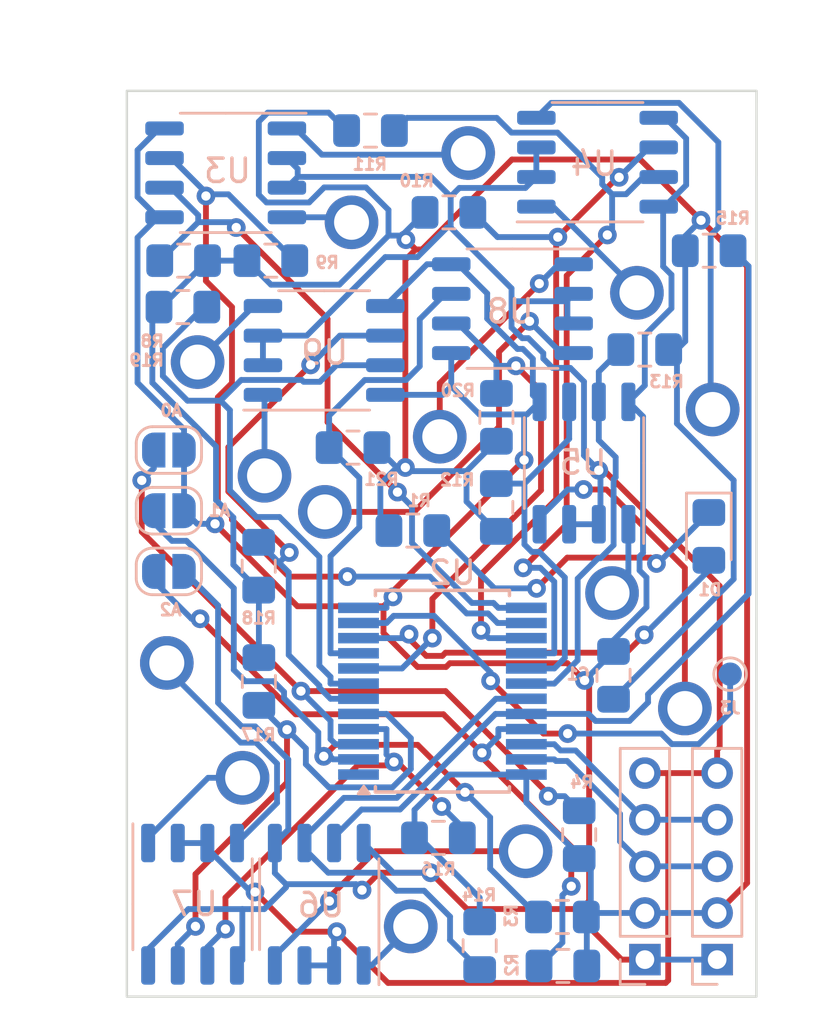
<source format=kicad_pcb>
(kicad_pcb (version 20240108) (generator "pcbnew") (generator_version "8.0")
  (layers (0 "F.Cu" signal) (31 "B.Cu" signal) (34 "B.Paste" user) (35 "F.Paste" user) (36 "B.SilkS" user "B.Silkscreen") (37 "F.SilkS" user "F.Silkscreen") (38 "B.Mask" user) (39 "F.Mask" user) (44 "Edge.Cuts" user))
  (net 0 "")
  (net 1 "IN_B2")
  (net 2 "GND")
  (net 3 "+12V")
  (net 4 "IN_A2")
  (net 5 "IN_B1")
  (net 6 "IN_A1")
  (net 7 "IN_D2")
  (net 8 "IN_C2")
  (net 9 "IN_D1")
  (net 10 "IN_C1")
  (net 11 "IN_F2")
  (net 12 "IN_E2")
  (net 13 "IN_F1")
  (net 14 "IN_E1")
  (net 15 "IN_G2")
  (net 16 "IN_G1")
  (net 17 "F1")
  (net 18 "F2")
  (net 19 "G1")
  (net 20 "G2")
  (net 21 "E1")
  (net 22 "E2")
  (net 23 "D2")
  (net 24 "D1")
  (net 25 "A1")
  (net 26 "A2")
  (net 27 "B2")
  (net 28 "B1")
  (net 29 "C2")
  (net 30 "C1")
  (net 31 "+5V")
  (net 32 "Net-(D1-K)")
  (net 33 "B6")
  (net 34 "Net-(J1-Pin_3)")
  (net 35 "Net-(J1-Pin_4)")
  (net 36 "Net-(J3-Pin_1)")
  (net 37 "Net-(JP1-A)")
  (net 38 "Net-(JP2-A)")
  (net 39 "Net-(JP3-A)")
  (footprint "additional:em7seg" (layer "F.Cu") (at 39.0017 45.974)
    (property "Reference" "U1" (hide yes))
    (property "Value" "EM7SEG" (hide yes))
  )
  (footprint "Capacitor_SMD:C_0805_2012Metric_Pad1.15x1.40mm_HandSolder" (layer "B.Cu") (at 46.4566 51.689 90)
    (property "Reference" "C1")
    (property "Value" "100n")
  )
  (footprint "Package_SO:SOP-8_3.9x4.9mm_P1.27mm" (layer "B.Cu") (at 33.8328 61.5061 90)
    (property "Reference" "U6")
    (property "Value" "L9110S")
  )
  (footprint "Resistor_SMD:R_0805_2012Metric_Pad1.15x1.40mm_HandSolder" (layer "B.Cu") (at 44.2632 62.0522 180)
    (property "Reference" "R3")
    (property "Value" "10k")
  )
  (footprint "Resistor_SMD:R_0805_2012Metric_Pad1.15x1.40mm_HandSolder" (layer "B.Cu") (at 44.9834 58.5216 90)
    (property "Reference" "R4")
    (property "Value" "10k")
  )
  (footprint "Jumper:SolderJumper-2_P1.3mm_Open_RoundedPad1.0x1.5mm" (layer "B.Cu") (at 27.3812 44.6278)
    (property "Reference" "JP2" (hide yes))
    (property "Value" "A1")
  )
  (footprint "Package_SO:SOP-8_3.9x4.9mm_P1.27mm" (layer "B.Cu") (at 29.8196 30.1371 180)
    (property "Reference" "U3")
    (property "Value" "L9110S")
  )
  (footprint "Package_SO:SOP-8_3.9x4.9mm_P1.27mm" (layer "B.Cu") (at 45.7708 29.6799)
    (property "Reference" "U4")
    (property "Value" "L9110S")
  )
  (footprint "Package_SO:SOP-8_3.9x4.9mm_P1.27mm" (layer "B.Cu") (at 34.0411 37.752)
    (property "Reference" "U9")
    (property "Value" "L9110S")
  )
  (footprint "Jumper:SolderJumper-2_P1.3mm_Open_RoundedPad1.0x1.5mm" (layer "B.Cu") (at 27.3812 47.2313)
    (property "Reference" "JP3" (hide yes))
    (property "Value" "A2")
  )
  (footprint "Connector_PinHeader_2.00mm:PinHeader_1x05_P2.00mm_Vertical" (layer "B.Cu") (at 50.9016 63.881)
    (property "Reference" "J2" (hide yes))
    (property "Value" "I2C_PWR_OUT")
  )
  (footprint "Package_SO:SOP-8_3.9x4.9mm_P1.27mm" (layer "B.Cu") (at 45.1891 42.5831 90)
    (property "Reference" "U5")
    (property "Value" "L9110S")
  )
  (footprint "Package_SO:SOP-8_3.9x4.9mm_P1.27mm" (layer "B.Cu") (at 42.1208 35.9613 180)
    (property "Reference" "U8")
    (property "Value" "L9110S")
  )
  (footprint "Package_SO:SOP-8_3.9x4.9mm_P1.27mm" (layer "B.Cu") (at 28.3972 61.5061 -90)
    (property "Reference" "U7")
    (property "Value" "L9110S")
  )
  (footprint "Connector_PinHeader_2.00mm:PinHeader_1x05_P2.00mm_Vertical" (layer "B.Cu") (at 47.8028 63.881)
    (property "Reference" "J1" (hide yes))
    (property "Value" "I2C_PWR_IN")
  )
  (footprint "Jumper:SolderJumper-2_P1.3mm_Open_RoundedPad1.0x1.5mm" (layer "B.Cu") (at 27.3812 42.0243)
    (property "Reference" "JP1" (hide yes))
    (property "Value" "A0")
  )
  (footprint "Resistor_SMD:R_0805_2012Metric_Pad1.15x1.40mm_HandSolder" (layer "B.Cu") (at 37.846 45.4787 180)
    (property "Reference" "R1")
    (property "Value" "330")
  )
  (footprint "LED_SMD:LED_0805_2012Metric_Pad1.15x1.40mm_HandSolder" (layer "B.Cu") (at 50.546 45.729 -90)
    (property "Reference" "D1")
    (property "Value" "LED")
  )
  (footprint "Resistor_SMD:R_0805_2012Metric_Pad1.15x1.40mm_HandSolder" (layer "B.Cu") (at 44.2849 64.1528 180)
    (property "Reference" "R2")
    (property "Value" "10k")
  )
  (footprint "Resistor_SMD:R_0805_2012Metric_Pad1.15x1.40mm_HandSolder" (layer "B.Cu") (at 28.0137 33.9014)
    (property "Reference" "R8")
    (property "Value" "10k")
  )
  (footprint "Resistor_SMD:R_0805_2012Metric_Pad1.15x1.40mm_HandSolder" (layer "B.Cu") (at 31.7551 33.9014 180)
    (property "Reference" "R9")
    (property "Value" "10k")
  )
  (footprint "Resistor_SMD:R_0805_2012Metric_Pad1.15x1.40mm_HandSolder" (layer "B.Cu") (at 39.3954 31.8313 180)
    (property "Reference" "R10")
    (property "Value" "10k")
  )
  (footprint "Resistor_SMD:R_0805_2012Metric_Pad1.15x1.40mm_HandSolder" (layer "B.Cu") (at 36.0299 28.3231 180)
    (property "Reference" "R11")
    (property "Value" "10k")
  )
  (footprint "Resistor_SMD:R_0805_2012Metric_Pad1.15x1.40mm_HandSolder" (layer "B.Cu") (at 41.4274 44.4881 -90)
    (property "Reference" "R12")
    (property "Value" "10k")
  )
  (footprint "Resistor_SMD:R_0805_2012Metric_Pad1.15x1.40mm_HandSolder" (layer "B.Cu") (at 47.7977 37.7165)
    (property "Reference" "R13")
    (property "Value" "10k")
  )
  (footprint "Resistor_SMD:R_0805_2012Metric_Pad1.15x1.40mm_HandSolder" (layer "B.Cu") (at 40.7137 63.2866 90)
    (property "Reference" "R14")
    (property "Value" "10k")
  )
  (footprint "Resistor_SMD:R_0805_2012Metric_Pad1.15x1.40mm_HandSolder" (layer "B.Cu") (at 50.5587 33.4747 180)
    (property "Reference" "R15")
    (property "Value" "10k")
  )
  (footprint "Resistor_SMD:R_0805_2012Metric_Pad1.15x1.40mm_HandSolder" (layer "B.Cu") (at 38.9433 58.6588 180)
    (property "Reference" "R16")
    (property "Value" "10k")
  )
  (footprint "Resistor_SMD:R_0805_2012Metric_Pad1.15x1.40mm_HandSolder" (layer "B.Cu") (at 31.242 51.952 90)
    (property "Reference" "R17")
    (property "Value" "10k")
  )
  (footprint "Resistor_SMD:R_0805_2012Metric_Pad1.15x1.40mm_HandSolder" (layer "B.Cu") (at 31.2344 47.0078 -90)
    (property "Reference" "R18")
    (property "Value" "10k")
  )
  (footprint "Resistor_SMD:R_0805_2012Metric_Pad1.15x1.40mm_HandSolder" (layer "B.Cu") (at 41.4325 40.6222 -90)
    (property "Reference" "R20")
    (property "Value" "10k")
  )
  (footprint "Resistor_SMD:R_0805_2012Metric_Pad1.15x1.40mm_HandSolder" (layer "B.Cu") (at 35.2806 41.9202)
    (property "Reference" "R21")
    (property "Value" "10k")
  )
  (footprint "Resistor_SMD:R_0805_2012Metric_Pad1.15x1.40mm_HandSolder" (layer "B.Cu") (at 27.9832 35.8927 180)
    (property "Reference" "R19")
    (property "Value" "10k")
  )
  (footprint "TestPoint:TestPoint_Pad_D1.0mm" (layer "B.Cu") (at 51.4604 51.6382)
    (property "Reference" "J3")
    (property "Value" "Pad_IO16" (hide yes))
  )
  (footprint "Package_SO:SSOP-24_5.3x8.2mm_P0.65mm" (layer "B.Cu") (at 39.116 52.368)
    (property "Reference" "U2")
    (property "Value" "PCF8575DBR")
  )
  (gr_poly (pts (xy 52.5907 26.6192) (xy 52.58562 65.4685) (xy 25.5778 65.4685) (xy 25.5778 26.619201)) (stroke (width 0.1)) (fill none) (layer "Edge.Cuts"))
  (segment (start 44.4461 34.546) (end 46.1917 32.8004) (width 0.25) (layer "F.Cu") (net 1))
  (segment (start 42.5811 47.0756) (end 44.4461 45.2106) (width 0.25) (layer "F.Cu") (net 1))
  (segment (start 44.4461 45.2106) (end 44.4461 34.546) (width 0.25) (layer "F.Cu") (net 1))
  (via (at 46.1917 32.8004) (size 0.8) (drill 0.4) (layers "F.Cu" "B.Cu") (net 1))
  (via (at 42.5811 47.0756) (size 0.8) (drill 0.4) (layers "F.Cu" "B.Cu") (net 1))
  (segment (start 46.3962 31.0528) (end 46.9968 31.0528) (width 0.25) (layer "B.Cu") (net 1))
  (segment (start 46.3962 31.0528) (end 46.3962 32.5959) (width 0.25) (layer "B.Cu") (net 1))
  (segment (start 41.4484 27.779) (end 42.0795 28.4101) (width 0.25) (layer "B.Cu") (net 1))
  (segment (start 43.9161 50.743) (end 43.9161 47.674) (width 0.25) (layer "B.Cu") (net 1))
  (segment (start 44.0539 28.4101) (end 45.9714 30.3276) (width 0.25) (layer "B.Cu") (net 1))
  (segment (start 37.599 27.779) (end 41.4484 27.779) (width 0.25) (layer "B.Cu") (net 1))
  (segment (start 46.3962 32.5959) (end 46.1917 32.8004) (width 0.25) (layer "B.Cu") (net 1))
  (segment (start 46.9968 31.0528) (end 47.7347 30.3149) (width 0.25) (layer "B.Cu") (net 1))
  (segment (start 42.716 50.743) (end 43.9161 50.743) (width 0.25) (layer "B.Cu") (net 1))
  (segment (start 43.9161 47.674) (end 43.3178 47.0757) (width 0.25) (layer "B.Cu") (net 1))
  (segment (start 45.9714 30.628) (end 46.3962 31.0528) (width 0.25) (layer "B.Cu") (net 1))
  (segment (start 42.0795 28.4101) (end 44.0539 28.4101) (width 0.25) (layer "B.Cu") (net 1))
  (segment (start 43.3178 47.0757) (end 42.5811 47.0757) (width 0.25) (layer "B.Cu") (net 1))
  (segment (start 42.5811 47.0757) (end 42.5811 47.0756) (width 0.25) (layer "B.Cu") (net 1))
  (segment (start 47.7347 30.3149) (end 48.3958 30.3149) (width 0.25) (layer "B.Cu") (net 1))
  (segment (start 37.0549 28.3231) (end 37.599 27.779) (width 0.25) (layer "B.Cu") (net 1))
  (segment (start 45.9714 30.3276) (end 45.9714 30.628) (width 0.25) (layer "B.Cu") (net 1))
  (segment (start 45.4104 52.1022) (end 45.2144 51.9062) (width 0.25) (layer "F.Cu") (net 2))
  (segment (start 45.2144 51.9062) (end 44.4761 51.1679) (width 0.25) (layer "F.Cu") (net 2))
  (segment (start 47.8028 63.881) (end 46.8027 63.881) (width 0.25) (layer "F.Cu") (net 2))
  (segment (start 45.4104 61.3619) (end 45.4104 52.1022) (width 0.25) (layer "F.Cu") (net 2))
  (segment (start 40.1697 61.7111) (end 45.0612 61.7111) (width 0.25) (layer "F.Cu") (net 2))
  (segment (start 36.4116 60.1542) (end 35.6664 60.8994) (width 0.25) (layer "F.Cu") (net 2))
  (segment (start 36.5882 48.7264) (end 36.9923 48.3223) (width 0.25) (layer "F.Cu") (net 2))
  (segment (start 45.0612 61.7111) (end 45.4104 61.3619) (width 0.25) (layer "F.Cu") (net 2))
  (segment (start 38.6128 60.1542) (end 40.1697 61.7111) (width 0.25) (layer "F.Cu") (net 2))
  (segment (start 45.0612 62.1395) (end 46.8027 63.881) (width 0.25) (layer "F.Cu") (net 2))
  (segment (start 45.0612 61.7111) (end 45.0612 62.1395) (width 0.25) (layer "F.Cu") (net 2))
  (segment (start 39.4345 51.1679) (end 39.2732 51.3292) (width 0.25) (layer "F.Cu") (net 2))
  (segment (start 38.6128 60.1542) (end 36.4116 60.1542) (width 0.25) (layer "F.Cu") (net 2))
  (segment (start 36.5882 49.8692) (end 36.5882 48.7264) (width 0.25) (layer "F.Cu") (net 2))
  (segment (start 38.0482 51.3292) (end 36.5882 49.8692) (width 0.25) (layer "F.Cu") (net 2))
  (segment (start 36.9923 48.0802) (end 42.6196 42.4529) (width 0.25) (layer "F.Cu") (net 2))
  (segment (start 44.4761 51.1679) (end 39.4345 51.1679) (width 0.25) (layer "F.Cu") (net 2))
  (segment (start 39.2732 51.3292) (end 38.0482 51.3292) (width 0.25) (layer "F.Cu") (net 2))
  (segment (start 36.5882 48.7264) (end 32.8967 48.7264) (width 0.25) (layer "F.Cu") (net 2))
  (segment (start 36.9923 48.3223) (end 36.9923 48.0802) (width 0.25) (layer "F.Cu") (net 2))
  (segment (start 32.8967 48.7264) (end 29.3608 45.1905) (width 0.25) (layer "F.Cu") (net 2))
  (via (at 45.2144 51.9062) (size 0.8) (drill 0.4) (layers "F.Cu" "B.Cu") (net 2))
  (via (at 42.6196 42.4529) (size 0.8) (drill 0.4) (layers "F.Cu" "B.Cu") (net 2))
  (via (at 38.6128 60.1542) (size 0.8) (drill 0.4) (layers "F.Cu" "B.Cu") (net 2))
  (via (at 36.9923 48.3223) (size 0.8) (drill 0.4) (layers "F.Cu" "B.Cu") (net 2))
  (via (at 35.6664 60.8994) (size 0.8) (drill 0.4) (layers "F.Cu" "B.Cu") (net 2))
  (via (at 29.3608 45.1905) (size 0.8) (drill 0.4) (layers "F.Cu" "B.Cu") (net 2))
  (segment (start 48.6487 31.5849) (end 49.573 30.6606) (width 0.25) (layer "B.Cu") (net 2))
  (segment (start 35.5943 48.793) (end 35.516 48.793) (width 0.25) (layer "B.Cu") (net 2))
  (segment (start 26.9667 28.2321) (end 26.0365 29.1623) (width 0.25) (layer "B.Cu") (net 2))
  (segment (start 42.3362 37.6886) (end 41.0364 36.3888) (width 0.25) (layer "B.Cu") (net 2))
  (segment (start 32.5036 55.2986) (end 32.5036 58.3053) (width 0.25) (layer "B.Cu") (net 2))
  (segment (start 26.9085 32.0421) (end 27.1946 32.0421) (width 0.25) (layer "B.Cu") (net 2))
  (segment (start 48.9432 35.9449) (end 47.7977 37.0904) (width 0.25) (layer "B.Cu") (net 2))
  (segment (start 36.7161 48.5985) (end 36.9923 48.3223) (width 0.25) (layer "B.Cu") (net 2))
  (segment (start 31.9278 60.1695) (end 31.9278 58.8811) (width 0.25) (layer "B.Cu") (net 2))
  (segment (start 45.2144 51.9062) (end 46.4566 50.664) (width 0.25) (layer "B.Cu") (net 2))
  (segment (start 48.5855 34.1513) (end 48.9432 34.509) (width 0.25) (layer "B.Cu") (net 2))
  (segment (start 49.573 30.6606) (end 49.573 28.6613) (width 0.25) (layer "B.Cu") (net 2))
  (segment (start 32.4039 60.6456) (end 31.9278 60.1695) (width 0.25) (layer "B.Cu") (net 2))
  (segment (start 41.0364 36.3888) (end 41.0364 35.3099) (width 0.25) (layer "B.Cu") (net 2))
  (segment (start 39.7828 34.0563) (end 39.4958 34.0563) (width 0.25) (layer "B.Cu") (net 2))
  (segment (start 35.4126 60.6456) (end 32.4039 60.6456) (width 0.25) (layer "B.Cu") (net 2))
  (segment (start 30.5331 63.9002) (end 30.5331 61.7133) (width 0.25) (layer "B.Cu") (net 2))
  (segment (start 35.6664 60.8994) (end 35.4126 60.6456) (width 0.25) (layer "B.Cu") (net 2))
  (segment (start 36.6661 39.657) (end 39.1284 39.657) (width 0.25) (layer "B.Cu") (net 2))
  (segment (start 35.5943 48.793) (end 36.7161 48.793) (width 0.25) (layer "B.Cu") (net 2))
  (segment (start 28.5939 45.1905) (end 28.0312 44.6278) (width 0.25) (layer "B.Cu") (net 2))
  (segment (start 39.4958 34.0563) (end 38.4568 34.0563) (width 0.25) (layer "B.Cu") (net 2))
  (segment (start 31.4743 61.7133) (end 30.5331 61.7133) (width 0.25) (layer "B.Cu") (net 2))
  (segment (start 26.4922 64.1311) (end 26.4922 63.4376) (width 0.25) (layer "B.Cu") (net 2))
  (segment (start 47.5738 47.1899) (end 47.8698 47.4859) (width 0.25) (layer "B.Cu") (net 2))
  (segment (start 29.4916 48.6917) (end 29.4916 52.8658) (width 0.25) (layer "B.Cu") (net 2))
  (segment (start 46.4566 50.1813) (end 46.4566 50.664) (width 0.25) (layer "B.Cu") (net 2))
  (segment (start 37.0109 60.1542) (end 35.7378 58.8811) (width 0.25) (layer "B.Cu") (net 2))
  (segment (start 47.7977 37.0904) (end 47.7977 39.2545) (width 0.25) (layer "B.Cu") (net 2))
  (segment (start 42.5695 37.6886) (end 42.3362 37.6886) (width 0.25) (layer "B.Cu") (net 2))
  (segment (start 26.0365 31.1701) (end 26.9085 32.0421) (width 0.25) (layer "B.Cu") (net 2))
  (segment (start 39.4958 39.2896) (end 39.4958 37.8663) (width 0.25) (layer "B.Cu") (net 2))
  (segment (start 49.573 28.6613) (end 48.6866 27.7749) (width 0.25) (layer "B.Cu") (net 2))
  (segment (start 48.6866 27.7749) (end 48.3958 27.7749) (width 0.25) (layer "B.Cu") (net 2))
  (segment (start 26.0365 29.1623) (end 26.0365 31.1701) (width 0.25) (layer "B.Cu") (net 2))
  (segment (start 28.0312 41.1347) (end 28.0312 42.0243) (width 0.25) (layer "B.Cu") (net 2))
  (segment (start 42.7438 40.4984) (end 42.6196 40.4984) (width 0.25) (layer "B.Cu") (net 2))
  (segment (start 28.2165 61.7133) (end 30.5331 61.7133) (width 0.25) (layer "B.Cu") (net 2))
  (segment (start 26.0361 32.9145) (end 26.0361 39.1396) (width 0.25) (layer "B.Cu") (net 2))
  (segment (start 47.7977 39.2545) (end 47.0941 39.9581) (width 0.25) (layer "B.Cu") (net 2))
  (segment (start 47.7218 46.4413) (end 47.5738 46.5893) (width 0.25) (layer "B.Cu") (net 2))
  (segment (start 47.7218 40.5858) (end 47.7218 46.4413) (width 0.25) (layer "B.Cu") (net 2))
  (segment (start 30.3022 64.1311) (end 30.5331 63.9002) (width 0.25) (layer "B.Cu") (net 2))
  (segment (start 30.504 53.8782) (end 31.0832 53.8782) (width 0.25) (layer "B.Cu") (net 2))
  (segment (start 26.4922 63.4376) (end 28.2165 61.7133) (width 0.25) (layer "B.Cu") (net 2))
  (segment (start 48.3958 31.5849) (end 48.5855 31.5849) (width 0.25) (layer "B.Cu") (net 2))
  (segment (start 41.0364 35.3099) (end 39.7828 34.0563) (width 0.25) (layer "B.Cu") (net 2))
  (segment (start 47.5738 46.5893) (end 47.5738 47.1899) (width 0.25) (layer "B.Cu") (net 2))
  (segment (start 38.6128 60.1542) (end 37.0109 60.1542) (width 0.25) (layer "B.Cu") (net 2))
  (segment (start 36.7161 48.793) (end 36.7161 48.5985) (width 0.25) (layer "B.Cu") (net 2))
  (segment (start 32.4039 60.6456) (end 32.4039 60.7837) (width 0.25) (layer "B.Cu") (net 2))
  (segment (start 42.9942 39.6682) (end 42.9942 38.1133) (width 0.25) (layer "B.Cu") (net 2))
  (segment (start 47.8698 47.4859) (end 47.8698 48.7681) (width 0.25) (layer "B.Cu") (net 2))
  (segment (start 48.9432 34.509) (end 48.9432 35.9449) (width 0.25) (layer "B.Cu") (net 2))
  (segment (start 28.0312 47.2313) (end 29.4916 48.6917) (width 0.25) (layer "B.Cu") (net 2))
  (segment (start 26.0361 39.1396) (end 28.0312 41.1347) (width 0.25) (layer "B.Cu") (net 2))
  (segment (start 43.2841 39.9581) (end 42.9942 39.6682) (width 0.25) (layer "B.Cu") (net 2))
  (segment (start 31.0832 53.8782) (end 32.5036 55.2986) (width 0.25) (layer "B.Cu") (net 2))
  (segment (start 43.2841 39.9581) (end 42.7438 40.4984) (width 0.25) (layer "B.Cu") (net 2))
  (segment (start 39.1284 39.657) (end 39.4958 39.2896) (width 0.25) (layer "B.Cu") (net 2))
  (segment (start 29.4916 52.8658) (end 30.504 53.8782) (width 0.25) (layer "B.Cu") (net 2))
  (segment (start 48.5855 31.5849) (end 48.6487 31.5849) (width 0.25) (layer "B.Cu") (net 2))
  (segment (start 28.0312 42.0243) (end 28.0312 44.6278) (width 0.25) (layer "B.Cu") (net 2))
  (segment (start 48.5855 31.5849) (end 48.5855 34.1513) (width 0.25) (layer "B.Cu") (net 2))
  (segment (start 32.5036 58.3053) (end 31.9278 58.8811) (width 0.25) (layer "B.Cu") (net 2))
  (segment (start 47.0941 39.9581) (end 47.7218 40.5858) (width 0.25) (layer "B.Cu") (net 2))
  (segment (start 38.4568 34.0563) (end 36.6661 35.847) (width 0.25) (layer "B.Cu") (net 2))
  (segment (start 27.1946 28.2321) (end 26.9667 28.2321) (width 0.25) (layer "B.Cu") (net 2))
  (segment (start 42.6196 42.4529) (end 42.6196 40.4984) (width 0.25) (layer "B.Cu") (net 2))
  (segment (start 29.3608 45.1905) (end 28.5939 45.1905) (width 0.25) (layer "B.Cu") (net 2))
  (segment (start 42.9942 38.1133) (end 42.5695 37.6886) (width 0.25) (layer "B.Cu") (net 2))
  (segment (start 32.4039 60.7837) (end 31.4743 61.7133) (width 0.25) (layer "B.Cu") (net 2))
  (segment (start 40.7046 40.4984) (end 39.4958 39.2896) (width 0.25) (layer "B.Cu") (net 2))
  (segment (start 42.6196 40.4984) (end 40.7046 40.4984) (width 0.25) (layer "B.Cu") (net 2))
  (segment (start 47.8698 48.7681) (end 46.4566 50.1813) (width 0.25) (layer "B.Cu") (net 2))
  (segment (start 26.9085 32.0421) (end 26.0361 32.9145) (width 0.25) (layer "B.Cu") (net 2))
  (segment (start 47.8028 63.881) (end 50.9016 63.881) (width 0.25) (layer "B.Cu") (net 2))
  (segment (start 48.8029 64.7703) (end 48.692 64.8812) (width 0.25) (layer "F.Cu") (net 3))
  (segment (start 51.0114 54.7711) (end 51.0114 47.8573) (width 0.25) (layer "F.Cu") (net 3))
  (segment (start 48.8029 55.881) (end 48.8029 64.7703) (width 0.25) (layer "F.Cu") (net 3))
  (segment (start 48.8029 55.881) (end 50.9016 55.881) (width 0.25) (layer "F.Cu") (net 3))
  (segment (start 48.6904 55.881) (end 48.8029 55.881) (width 0.25) (layer "F.Cu") (net 3))
  (segment (start 48.692 64.8812) (end 36.7826 64.8812) (width 0.25) (layer "F.Cu") (net 3))
  (segment (start 31.0756 60.9802) (end 32.7786 62.6832) (width 0.25) (layer "F.Cu") (net 3))
  (segment (start 51.0114 47.8573) (end 46.0477 42.8936) (width 0.25) (layer "F.Cu") (net 3))
  (segment (start 46.0477 42.8936) (end 45.8235 42.8936) (width 0.25) (layer "F.Cu") (net 3))
  (segment (start 32.7786 62.6832) (end 34.5846 62.6832) (width 0.25) (layer "F.Cu") (net 3))
  (segment (start 47.8028 55.881) (end 48.6904 55.881) (width 0.25) (layer "F.Cu") (net 3))
  (segment (start 36.7826 64.8812) (end 34.5846 62.6832) (width 0.25) (layer "F.Cu") (net 3))
  (segment (start 50.9016 54.8809) (end 51.0114 54.7711) (width 0.25) (layer "F.Cu") (net 3))
  (segment (start 50.9016 55.881) (end 50.9016 54.8809) (width 0.25) (layer "F.Cu") (net 3))
  (via (at 31.0756 60.9802) (size 0.8) (drill 0.4) (layers "F.Cu" "B.Cu") (net 3))
  (via (at 45.8235 42.8936) (size 0.8) (drill 0.4) (layers "F.Cu" "B.Cu") (net 3))
  (via (at 34.5846 62.6832) (size 0.8) (drill 0.4) (layers "F.Cu" "B.Cu") (net 3))
  (segment (start 31.4161 38.387) (end 31.4161 37.117) (width 0.25) (layer "B.Cu") (net 3))
  (segment (start 44.7458 36.5963) (end 44.4781 36.3286) (width 0.25) (layer "B.Cu") (net 3))
  (segment (start 32.4446 29.5021) (end 32.9065 29.964) (width 0.25) (layer "B.Cu") (net 3))
  (segment (start 38.0428 33.7486) (end 39.3121 32.4793) (width 0.25) (layer "B.Cu") (net 3))
  (segment (start 39.4701 31.1537) (end 38.6266 30.3102) (width 0.25) (layer "B.Cu") (net 3))
  (segment (start 39.3121 32.4793) (end 39.4701 32.4793) (width 0.25) (layer "B.Cu") (net 3))
  (segment (start 42.0809 35.6442) (end 42.0809 35.0901) (width 0.25) (layer "B.Cu") (net 3))
  (segment (start 34.5846 62.6832) (end 34.4678 62.8) (width 0.25) (layer "B.Cu") (net 3))
  (segment (start 45.8235 45.2075) (end 45.8964 45.1346) (width 0.25) (layer "B.Cu") (net 3))
  (segment (start 38.6266 30.3102) (end 32.9065 30.3102) (width 0.25) (layer "B.Cu") (net 3))
  (segment (start 44.4781 36.3286) (end 44.4781 35.6442) (width 0.25) (layer "B.Cu") (net 3))
  (segment (start 32.9065 30.3102) (end 32.4446 30.7721) (width 0.25) (layer "B.Cu") (net 3))
  (segment (start 29.0322 58.8811) (end 29.0322 59.1171) (width 0.25) (layer "B.Cu") (net 3))
  (segment (start 45.1891 39.0903) (end 45.1891 42.2592) (width 0.25) (layer "B.Cu") (net 3))
  (segment (start 45.8964 45.1346) (end 45.8964 42.9665) (width 0.25) (layer "B.Cu") (net 3))
  (segment (start 42.0809 35.0901) (end 39.4701 32.4793) (width 0.25) (layer "B.Cu") (net 3))
  (segment (start 44.5547 45.2075) (end 44.5541 45.2081) (width 0.25) (layer "B.Cu") (net 3))
  (segment (start 44.4781 35.6442) (end 42.0809 35.6442) (width 0.25) (layer "B.Cu") (net 3))
  (segment (start 42.5372 37.2268) (end 42.8016 37.2268) (width 0.25) (layer "B.Cu") (net 3))
  (segment (start 42.0809 36.7705) (end 42.5372 37.2268) (width 0.25) (layer "B.Cu") (net 3))
  (segment (start 44.4781 35.594) (end 44.7458 35.3263) (width 0.25) (layer "B.Cu") (net 3))
  (segment (start 33.2982 37.117) (end 36.6666 33.7486) (width 0.25) (layer "B.Cu") (net 3))
  (segment (start 43.4444 37.8696) (end 43.4444 38.103) (width 0.25) (layer "B.Cu") (net 3))
  (segment (start 36.6666 33.7486) (end 38.0428 33.7486) (width 0.25) (layer "B.Cu") (net 3))
  (segment (start 30.8953 60.9802) (end 31.0756 60.9802) (width 0.25) (layer "B.Cu") (net 3))
  (segment (start 39.4701 32.4793) (end 39.4701 31.1537) (width 0.25) (layer "B.Cu") (net 3))
  (segment (start 44.6001 38.5013) (end 45.1891 39.0903) (width 0.25) (layer "B.Cu") (net 3))
  (segment (start 29.0322 59.1171) (end 30.8953 60.9802) (width 0.25) (layer "B.Cu") (net 3))
  (segment (start 39.4701 31.1537) (end 39.8405 30.7833) (width 0.25) (layer "B.Cu") (net 3))
  (segment (start 31.4161 37.117) (end 33.2982 37.117) (width 0.25) (layer "B.Cu") (net 3))
  (segment (start 34.4678 64.1311) (end 33.1978 64.1311) (width 0.25) (layer "B.Cu") (net 3))
  (segment (start 45.1891 42.2592) (end 45.8235 42.8936) (width 0.25) (layer "B.Cu") (net 3))
  (segment (start 42.6774 30.7833) (end 43.1458 30.3149) (width 0.25) (layer "B.Cu") (net 3))
  (segment (start 45.8235 45.2075) (end 44.5547 45.2075) (width 0.25) (layer "B.Cu") (net 3))
  (segment (start 34.4678 62.8) (end 34.4678 64.1311) (width 0.25) (layer "B.Cu") (net 3))
  (segment (start 29.0322 58.8811) (end 27.7622 58.8811) (width 0.25) (layer "B.Cu") (net 3))
  (segment (start 45.8964 42.9665) (end 45.8235 42.8936) (width 0.25) (layer "B.Cu") (net 3))
  (segment (start 39.8405 30.7833) (end 42.6774 30.7833) (width 0.25) (layer "B.Cu") (net 3))
  (segment (start 42.0809 35.6442) (end 42.0809 36.7705) (width 0.25) (layer "B.Cu") (net 3))
  (segment (start 44.4781 35.6442) (end 44.4781 35.594) (width 0.25) (layer "B.Cu") (net 3))
  (segment (start 43.8427 38.5013) (end 44.6001 38.5013) (width 0.25) (layer "B.Cu") (net 3))
  (segment (start 45.8235 45.2075) (end 45.8241 45.2081) (width 0.25) (layer "B.Cu") (net 3))
  (segment (start 42.8016 37.2268) (end 43.4444 37.8696) (width 0.25) (layer "B.Cu") (net 3))
  (segment (start 32.9065 29.964) (end 32.9065 30.3102) (width 0.25) (layer "B.Cu") (net 3))
  (segment (start 43.4444 38.103) (end 43.8427 38.5013) (width 0.25) (layer "B.Cu") (net 3))
  (segment (start 43.1458 30.3149) (end 43.1458 29.0449) (width 0.25) (layer "B.Cu") (net 3))
  (segment (start 32.5277 47.4545) (end 35.041 47.4545) (width 0.25) (layer "F.Cu") (net 4))
  (segment (start 30.0883 39.1525) (end 29.483 39.7578) (width 0.25) (layer "F.Cu") (net 4))
  (segment (start 30.0859 44.8902) (end 30.0859 45.0127) (width 0.25) (layer "F.Cu") (net 4))
  (segment (start 28.9711 34.7731) (end 30.0883 35.8903) (width 0.25) (layer "F.Cu") (net 4))
  (segment (start 30.0859 45.0127) (end 32.5277 47.4545) (width 0.25) (layer "F.Cu") (net 4))
  (segment (start 29.483 44.2873) (end 30.0859 44.8902) (width 0.25) (layer "F.Cu") (net 4))
  (segment (start 29.483 39.7578) (end 29.483 44.2873) (width 0.25) (layer "F.Cu") (net 4))
  (segment (start 30.0883 35.8903) (end 30.0883 39.1525) (width 0.25) (layer "F.Cu") (net 4))
  (segment (start 28.9711 31.1291) (end 28.9711 34.7731) (width 0.25) (layer "F.Cu") (net 4))
  (via (at 28.9711 31.1291) (size 0.8) (drill 0.4) (layers "F.Cu" "B.Cu") (net 4))
  (via (at 35.041 47.4545) (size 0.8) (drill 0.4) (layers "F.Cu" "B.Cu") (net 4))
  (segment (start 41.4817 49.443) (end 41.0718 49.0331) (width 0.25) (layer "B.Cu") (net 4))
  (segment (start 40.1564 49.0331) (end 38.5778 47.4545) (width 0.25) (layer "B.Cu") (net 4))
  (segment (start 42.716 49.443) (end 41.4817 49.443) (width 0.25) (layer "B.Cu") (net 4))
  (segment (start 41.0718 49.0331) (end 40.1564 49.0331) (width 0.25) (layer "B.Cu") (net 4))
  (segment (start 29.0438 31.0564) (end 27.4895 29.5021) (width 0.25) (layer "B.Cu") (net 4))
  (segment (start 27.4895 29.5021) (end 27.1946 29.5021) (width 0.25) (layer "B.Cu") (net 4))
  (segment (start 29.0438 31.0564) (end 28.9711 31.1291) (width 0.25) (layer "B.Cu") (net 4))
  (segment (start 29.9351 31.0564) (end 29.0438 31.0564) (width 0.25) (layer "B.Cu") (net 4))
  (segment (start 32.7801 33.9014) (end 29.9351 31.0564) (width 0.25) (layer "B.Cu") (net 4))
  (segment (start 38.5778 47.4545) (end 35.041 47.4545) (width 0.25) (layer "B.Cu") (net 4))
  (segment (start 40.7714 49.7582) (end 40.7714 47.3574) (width 0.25) (layer "F.Cu") (net 5))
  (segment (start 43.996 44.1328) (end 43.996 32.9631) (width 0.25) (layer "F.Cu") (net 5))
  (segment (start 40.7714 47.3574) (end 43.996 44.1328) (width 0.25) (layer "F.Cu") (net 5))
  (segment (start 43.996 32.9631) (end 44.0677 32.8914) (width 0.25) (layer "F.Cu") (net 5))
  (segment (start 46.6965 30.3277) (end 46.6314 30.3277) (width 0.25) (layer "F.Cu") (net 5))
  (segment (start 46.6314 30.3277) (end 44.0677 32.8914) (width 0.25) (layer "F.Cu") (net 5))
  (via (at 40.7714 49.7582) (size 0.8) (drill 0.4) (layers "F.Cu" "B.Cu") (net 5))
  (via (at 44.0677 32.8914) (size 0.8) (drill 0.4) (layers "F.Cu" "B.Cu") (net 5))
  (via (at 46.6965 30.3277) (size 0.8) (drill 0.4) (layers "F.Cu" "B.Cu") (net 5))
  (segment (start 41.4805 32.8914) (end 44.0677 32.8914) (width 0.25) (layer "B.Cu") (net 5))
  (segment (start 42.716 50.093) (end 41.1062 50.093) (width 0.25) (layer "B.Cu") (net 5))
  (segment (start 40.4204 31.8313) (end 41.4805 32.8914) (width 0.25) (layer "B.Cu") (net 5))
  (segment (start 47.9793 29.0449) (end 46.6965 30.3277) (width 0.25) (layer "B.Cu") (net 5))
  (segment (start 48.3958 29.0449) (end 47.9793 29.0449) (width 0.25) (layer "B.Cu") (net 5))
  (segment (start 41.1062 50.093) (end 40.7714 49.7582) (width 0.25) (layer "B.Cu") (net 5))
  (segment (start 37.1885 43.829) (end 34.1876 40.8281) (width 0.25) (layer "F.Cu") (net 6))
  (segment (start 34.1876 40.8281) (end 34.1876 36.3983) (width 0.25) (layer "F.Cu") (net 6))
  (segment (start 34.1876 36.3983) (end 30.2712 32.4819) (width 0.25) (layer "F.Cu") (net 6))
  (via (at 37.1885 43.829) (size 0.8) (drill 0.4) (layers "F.Cu" "B.Cu") (net 6))
  (via (at 30.2712 32.4819) (size 0.8) (drill 0.4) (layers "F.Cu" "B.Cu") (net 6))
  (segment (start 27.4622 30.7721) (end 28.6392 31.9491) (width 0.25) (layer "B.Cu") (net 6))
  (segment (start 41.3059 48.583) (end 40.3827 48.583) (width 0.25) (layer "B.Cu") (net 6))
  (segment (start 37.8125 44.453) (end 37.1885 43.829) (width 0.25) (layer "B.Cu") (net 6))
  (segment (start 41.5159 48.793) (end 41.3059 48.583) (width 0.25) (layer "B.Cu") (net 6))
  (segment (start 37.8125 46.0128) (end 37.8125 44.453) (width 0.25) (layer "B.Cu") (net 6))
  (segment (start 30.0402 32.2509) (end 28.6392 32.2509) (width 0.25) (layer "B.Cu") (net 6))
  (segment (start 42.716 48.793) (end 41.5159 48.793) (width 0.25) (layer "B.Cu") (net 6))
  (segment (start 27.1946 30.7721) (end 27.4622 30.7721) (width 0.25) (layer "B.Cu") (net 6))
  (segment (start 28.6392 31.9491) (end 28.6392 32.2509) (width 0.25) (layer "B.Cu") (net 6))
  (segment (start 30.2712 32.4819) (end 30.0402 32.2509) (width 0.25) (layer "B.Cu") (net 6))
  (segment (start 40.3827 48.583) (end 37.8125 46.0128) (width 0.25) (layer "B.Cu") (net 6))
  (segment (start 28.6392 32.2509) (end 26.9887 33.9014) (width 0.25) (layer "B.Cu") (net 6))
  (segment (start 34.4678 58.6212) (end 34.4678 58.8811) (width 0.25) (layer "B.Cu") (net 7))
  (segment (start 42.716 53.343) (end 41.3955 53.343) (width 0.25) (layer "B.Cu") (net 7))
  (segment (start 52.2504 34.1414) (end 52.2504 48.1877) (width 0.25) (layer "B.Cu") (net 7))
  (segment (start 51.5837 33.4747) (end 52.2504 34.1414) (width 0.25) (layer "B.Cu") (net 7))
  (segment (start 45.6859 53.6455) (end 45.3834 53.343) (width 0.25) (layer "B.Cu") (net 7))
  (segment (start 47.9374 52.849) (end 47.1409 53.6455) (width 0.25) (layer "B.Cu") (net 7))
  (segment (start 52.2504 48.1877) (end 47.9374 52.5007) (width 0.25) (layer "B.Cu") (net 7))
  (segment (start 47.1409 53.6455) (end 45.6859 53.6455) (width 0.25) (layer "B.Cu") (net 7))
  (segment (start 35.647 57.442) (end 34.4678 58.6212) (width 0.25) (layer "B.Cu") (net 7))
  (segment (start 45.3834 53.343) (end 42.716 53.343) (width 0.25) (layer "B.Cu") (net 7))
  (segment (start 37.2965 57.442) (end 35.647 57.442) (width 0.25) (layer "B.Cu") (net 7))
  (segment (start 41.3955 53.343) (end 37.2965 57.442) (width 0.25) (layer "B.Cu") (net 7))
  (segment (start 47.9374 52.5007) (end 47.9374 52.849) (width 0.25) (layer "B.Cu") (net 7))
  (segment (start 46.4591 46.1012) (end 46.4591 43.2835) (width 0.25) (layer "B.Cu") (net 8))
  (segment (start 45.7962 46.6644) (end 45.8959 46.6644) (width 0.25) (layer "B.Cu") (net 8))
  (segment (start 46.5486 42.3321) (end 45.8241 41.6076) (width 0.25) (layer "B.Cu") (net 8))
  (segment (start 45.8241 38.6651) (end 46.7727 37.7165) (width 0.25) (layer "B.Cu") (net 8))
  (segment (start 45.8959 46.6644) (end 46.4591 46.1012) (width 0.25) (layer "B.Cu") (net 8))
  (segment (start 45.8241 39.9581) (end 45.8241 38.6651) (width 0.25) (layer "B.Cu") (net 8))
  (segment (start 45.8241 41.6076) (end 45.8241 39.9581) (width 0.25) (layer "B.Cu") (net 8))
  (segment (start 46.4591 43.2835) (end 46.5486 43.194) (width 0.25) (layer "B.Cu") (net 8))
  (segment (start 44.9179 47.5427) (end 45.7962 46.6644) (width 0.25) (layer "B.Cu") (net 8))
  (segment (start 44.9179 51.0412) (end 44.9179 47.5427) (width 0.25) (layer "B.Cu") (net 8))
  (segment (start 42.716 52.043) (end 43.9161 52.043) (width 0.25) (layer "B.Cu") (net 8))
  (segment (start 43.9161 52.043) (end 44.9179 51.0412) (width 0.25) (layer "B.Cu") (net 8))
  (segment (start 46.5486 43.194) (end 46.5486 42.3321) (width 0.25) (layer "B.Cu") (net 8))
  (segment (start 34.216 60.1541) (end 36.3699 60.1541) (width 0.25) (layer "B.Cu") (net 9))
  (segment (start 36.3699 60.1541) (end 37.143 60.9272) (width 0.25) (layer "B.Cu") (net 9))
  (segment (start 33.1978 58.8811) (end 33.1978 59.1359) (width 0.25) (layer "B.Cu") (net 9))
  (segment (start 42.716 52.693) (end 41.4088 52.693) (width 0.25) (layer "B.Cu") (net 9))
  (segment (start 38.3333 60.9272) (end 39.4424 62.0363) (width 0.25) (layer "B.Cu") (net 9))
  (segment (start 37.1585 56.9433) (end 34.8909 56.9433) (width 0.25) (layer "B.Cu") (net 9))
  (segment (start 34.8909 56.9433) (end 33.1978 58.6364) (width 0.25) (layer "B.Cu") (net 9))
  (segment (start 33.1978 58.6364) (end 33.1978 58.8811) (width 0.25) (layer "B.Cu") (net 9))
  (segment (start 41.4088 52.693) (end 37.1585 56.9433) (width 0.25) (layer "B.Cu") (net 9))
  (segment (start 33.1978 59.1359) (end 34.216 60.1541) (width 0.25) (layer "B.Cu") (net 9))
  (segment (start 39.4424 63.0403) (end 40.7137 64.3116) (width 0.25) (layer "B.Cu") (net 9))
  (segment (start 39.4424 62.0363) (end 39.4424 63.0403) (width 0.25) (layer "B.Cu") (net 9))
  (segment (start 37.143 60.9272) (end 38.3333 60.9272) (width 0.25) (layer "B.Cu") (net 9))
  (segment (start 42.9531 46.3928) (end 42.6349 46.0746) (width 0.25) (layer "B.Cu") (net 10))
  (segment (start 42.6349 43.4631) (end 41.4274 43.4631) (width 0.25) (layer "B.Cu") (net 10))
  (segment (start 44.5541 39.9581) (end 44.5541 41.5439) (width 0.25) (layer "B.Cu") (net 10))
  (segment (start 43.9161 51.393) (end 44.3662 50.9429) (width 0.25) (layer "B.Cu") (net 10))
  (segment (start 42.716 51.393) (end 43.9161 51.393) (width 0.25) (layer "B.Cu") (net 10))
  (segment (start 44.3662 50.9429) (end 44.3662 47.4875) (width 0.25) (layer "B.Cu") (net 10))
  (segment (start 44.5541 41.5439) (end 42.6349 43.4631) (width 0.25) (layer "B.Cu") (net 10))
  (segment (start 43.2715 46.3928) (end 42.9531 46.3928) (width 0.25) (layer "B.Cu") (net 10))
  (segment (start 44.3662 47.4875) (end 43.2715 46.3928) (width 0.25) (layer "B.Cu") (net 10))
  (segment (start 42.6349 46.0746) (end 42.6349 43.4631) (width 0.25) (layer "B.Cu") (net 10))
  (segment (start 27.1226 38.8506) (end 27.1226 37.6461) (width 0.25) (layer "B.Cu") (net 11))
  (segment (start 28.876 35.8927) (end 29.0082 35.8927) (width 0.25) (layer "B.Cu") (net 11))
  (segment (start 27.1226 37.6461) (end 28.876 35.8927) (width 0.25) (layer "B.Cu") (net 11))
  (segment (start 33.8566 39.0978) (end 34.5674 38.387) (width 0.25) (layer "B.Cu") (net 11))
  (segment (start 34.5674 38.387) (end 36.6661 38.387) (width 0.25) (layer "B.Cu") (net 11))
  (segment (start 33.8369 46.6074) (end 32.1264 44.8969) (width 0.25) (layer "B.Cu") (net 11))
  (segment (start 29.5947 39.9083) (end 30.4839 39.0191) (width 0.25) (layer "B.Cu") (net 11))
  (segment (start 32.1264 44.8969) (end 31.1381 44.8969) (width 0.25) (layer "B.Cu") (net 11))
  (segment (start 30.4839 39.0191) (end 33.0835 39.0191) (width 0.25) (layer "B.Cu") (net 11))
  (segment (start 30.0001 43.7589) (end 30.0001 40.3137) (width 0.25) (layer "B.Cu") (net 11))
  (segment (start 31.1381 44.8969) (end 30.0001 43.7589) (width 0.25) (layer "B.Cu") (net 11))
  (segment (start 33.0835 39.0191) (end 33.1622 39.0978) (width 0.25) (layer "B.Cu") (net 11))
  (segment (start 28.1803 39.9083) (end 27.1226 38.8506) (width 0.25) (layer "B.Cu") (net 11))
  (segment (start 33.1622 39.0978) (end 33.8566 39.0978) (width 0.25) (layer "B.Cu") (net 11))
  (segment (start 35.516 52.043) (end 34.3159 52.043) (width 0.25) (layer "B.Cu") (net 11))
  (segment (start 34.3159 51.7526) (end 33.8369 51.2736) (width 0.25) (layer "B.Cu") (net 11))
  (segment (start 34.3159 52.043) (end 34.3159 51.7526) (width 0.25) (layer "B.Cu") (net 11))
  (segment (start 29.5947 39.9083) (end 28.1803 39.9083) (width 0.25) (layer "B.Cu") (net 11))
  (segment (start 30.0001 40.3137) (end 29.5947 39.9083) (width 0.25) (layer "B.Cu") (net 11))
  (segment (start 33.8369 51.2736) (end 33.8369 46.6074) (width 0.25) (layer "B.Cu") (net 11))
  (segment (start 28.5223 60.2134) (end 28.5223 62.4562) (width 0.25) (layer "F.Cu") (net 12))
  (segment (start 32.4488 54.0158) (end 32.4488 56.2869) (width 0.25) (layer "F.Cu") (net 12))
  (segment (start 32.4488 56.2869) (end 28.5223 60.2134) (width 0.25) (layer "F.Cu") (net 12))
  (via (at 28.5223 62.4562) (size 0.8) (drill 0.4) (layers "F.Cu" "B.Cu") (net 12))
  (via (at 32.4488 54.0158) (size 0.8) (drill 0.4) (layers "F.Cu" "B.Cu") (net 12))
  (segment (start 32.4488 54.0158) (end 33.2574 54.8244) (width 0.25) (layer "B.Cu") (net 12))
  (segment (start 37.7602 54.3828) (end 36.7204 53.343) (width 0.25) (layer "B.Cu") (net 12))
  (segment (start 33.2574 55.5036) (end 34.2469 56.4931) (width 0.25) (layer "B.Cu") (net 12))
  (segment (start 28.5223 62.4562) (end 27.7622 63.2163) (width 0.25) (layer "B.Cu") (net 12))
  (segment (start 31.242 52.977) (end 32.2808 54.0158) (width 0.25) (layer "B.Cu") (net 12))
  (segment (start 34.2469 56.4931) (end 36.9722 56.4931) (width 0.25) (layer "B.Cu") (net 12))
  (segment (start 37.7602 55.7051) (end 37.7602 54.3828) (width 0.25) (layer "B.Cu") (net 12))
  (segment (start 36.7204 53.343) (end 35.516 53.343) (width 0.25) (layer "B.Cu") (net 12))
  (segment (start 32.2808 54.0158) (end 32.4488 54.0158) (width 0.25) (layer "B.Cu") (net 12))
  (segment (start 27.7622 63.2163) (end 27.7622 64.1311) (width 0.25) (layer "B.Cu") (net 12))
  (segment (start 36.9722 56.4931) (end 37.7602 55.7051) (width 0.25) (layer "B.Cu") (net 12))
  (segment (start 33.2574 54.8244) (end 33.2574 55.5036) (width 0.25) (layer "B.Cu") (net 12))
  (segment (start 29.9332 41.902) (end 29.9332 43.8052) (width 0.25) (layer "F.Cu") (net 13))
  (segment (start 33.4625 38.3727) (end 29.9332 41.902) (width 0.25) (layer "F.Cu") (net 13))
  (segment (start 29.9332 43.8052) (end 32.5468 46.4188) (width 0.25) (layer "F.Cu") (net 13))
  (via (at 32.5468 46.4188) (size 0.8) (drill 0.4) (layers "F.Cu" "B.Cu") (net 13))
  (via (at 33.4625 38.3727) (size 0.8) (drill 0.4) (layers "F.Cu" "B.Cu") (net 13))
  (segment (start 34.7182 37.117) (end 36.6661 37.117) (width 0.25) (layer "B.Cu") (net 13))
  (segment (start 35.516 52.693) (end 34.3159 52.693) (width 0.25) (layer "B.Cu") (net 13))
  (segment (start 33.4625 38.3727) (end 34.7182 37.117) (width 0.25) (layer "B.Cu") (net 13))
  (segment (start 32.5217 47.2701) (end 32.5217 50.8143) (width 0.25) (layer "B.Cu") (net 13))
  (segment (start 31.2344 45.9828) (end 32.1086 46.857) (width 0.25) (layer "B.Cu") (net 13))
  (segment (start 33.8369 52.1295) (end 33.8369 52.214) (width 0.25) (layer "B.Cu") (net 13))
  (segment (start 32.5217 50.8143) (end 33.8369 52.1295) (width 0.25) (layer "B.Cu") (net 13))
  (segment (start 32.1086 46.857) (end 32.5468 46.4188) (width 0.25) (layer "B.Cu") (net 13))
  (segment (start 33.8369 52.214) (end 34.3159 52.693) (width 0.25) (layer "B.Cu") (net 13))
  (segment (start 32.1086 46.857) (end 32.5217 47.2701) (width 0.25) (layer "B.Cu") (net 13))
  (segment (start 29.808 61.2215) (end 29.808 62.5719) (width 0.25) (layer "F.Cu") (net 14))
  (segment (start 37.0351 55.5514) (end 37.0351 55.4047) (width 0.25) (layer "F.Cu") (net 14))
  (segment (start 37.3214 55.5514) (end 37.0351 55.5514) (width 0.25) (layer "F.Cu") (net 14))
  (segment (start 35.4781 55.5514) (end 29.808 61.2215) (width 0.25) (layer "F.Cu") (net 14))
  (segment (start 39.0854 57.3154) (end 37.3214 55.5514) (width 0.25) (layer "F.Cu") (net 14))
  (segment (start 37.0351 55.5514) (end 35.4781 55.5514) (width 0.25) (layer "F.Cu") (net 14))
  (via (at 37.0351 55.4047) (size 0.8) (drill 0.4) (layers "F.Cu" "B.Cu") (net 14))
  (via (at 29.808 62.5719) (size 0.8) (drill 0.4) (layers "F.Cu" "B.Cu") (net 14))
  (via (at 39.0854 57.3154) (size 0.8) (drill 0.4) (layers "F.Cu" "B.Cu") (net 14))
  (segment (start 36.7161 53.993) (end 36.7161 55.0857) (width 0.25) (layer "B.Cu") (net 14))
  (segment (start 39.9683 58.1983) (end 39.0854 57.3154) (width 0.25) (layer "B.Cu") (net 14))
  (segment (start 39.9683 58.6588) (end 39.9683 58.1983) (width 0.25) (layer "B.Cu") (net 14))
  (segment (start 36.7161 55.0857) (end 37.0351 55.4047) (width 0.25) (layer "B.Cu") (net 14))
  (segment (start 29.808 62.5719) (end 29.0322 63.3477) (width 0.25) (layer "B.Cu") (net 14))
  (segment (start 29.0322 63.3477) (end 29.0322 64.1311) (width 0.25) (layer "B.Cu") (net 14))
  (segment (start 35.516 53.993) (end 36.7161 53.993) (width 0.25) (layer "B.Cu") (net 14))
  (segment (start 38.1424 36.4137) (end 39.2298 35.3263) (width 0.25) (layer "B.Cu") (net 15))
  (segment (start 35.516 50.743) (end 34.3159 50.743) (width 0.25) (layer "B.Cu") (net 15))
  (segment (start 34.2556 40.5497) (end 35.7833 39.022) (width 0.25) (layer "B.Cu") (net 15))
  (segment (start 37.5534 39.022) (end 38.1424 38.433) (width 0.25) (layer "B.Cu") (net 15))
  (segment (start 39.2298 35.3263) (end 39.4958 35.3263) (width 0.25) (layer "B.Cu") (net 15))
  (segment (start 34.2556 41.9202) (end 34.2556 40.5497) (width 0.25) (layer "B.Cu") (net 15))
  (segment (start 35.5506 45.3379) (end 35.5506 43.2152) (width 0.25) (layer "B.Cu") (net 15))
  (segment (start 35.5506 43.2152) (end 34.2556 41.9202) (width 0.25) (layer "B.Cu") (net 15))
  (segment (start 34.3159 50.743) (end 34.3159 46.5726) (width 0.25) (layer "B.Cu") (net 15))
  (segment (start 35.7833 39.022) (end 37.5534 39.022) (width 0.25) (layer "B.Cu") (net 15))
  (segment (start 34.3159 46.5726) (end 35.5506 45.3379) (width 0.25) (layer "B.Cu") (net 15))
  (segment (start 38.1424 38.433) (end 38.1424 36.4137) (width 0.25) (layer "B.Cu") (net 15))
  (segment (start 43.3447 39.4893) (end 43.3447 43.7489) (width 0.25) (layer "F.Cu") (net 16))
  (segment (start 38.6859 48.4077) (end 38.6859 50.0902) (width 0.25) (layer "F.Cu") (net 16))
  (segment (start 42.2691 38.4137) (end 43.3447 39.4893) (width 0.25) (layer "F.Cu") (net 16))
  (segment (start 43.3447 43.7489) (end 38.6859 48.4077) (width 0.25) (layer "F.Cu") (net 16))
  (via (at 38.6859 50.0902) (size 0.8) (drill 0.4) (layers "F.Cu" "B.Cu") (net 16))
  (via (at 42.2691 38.4137) (size 0.8) (drill 0.4) (layers "F.Cu" "B.Cu") (net 16))
  (segment (start 35.516 51.393) (end 37.3831 51.393) (width 0.25) (layer "B.Cu") (net 16))
  (segment (start 41.4325 38.2431) (end 41.4325 38.4137) (width 0.25) (layer "B.Cu") (net 16))
  (segment (start 41.4325 38.4137) (end 42.2691 38.4137) (width 0.25) (layer "B.Cu") (net 16))
  (segment (start 37.3831 51.393) (end 38.6859 50.0902) (width 0.25) (layer "B.Cu") (net 16))
  (segment (start 41.4325 38.4137) (end 41.4325 39.5972) (width 0.25) (layer "B.Cu") (net 16))
  (segment (start 39.4958 36.5963) (end 39.7857 36.5963) (width 0.25) (layer "B.Cu") (net 16))
  (segment (start 39.7857 36.5963) (end 41.4325 38.2431) (width 0.25) (layer "B.Cu") (net 16))
  (segment (start 31.4833 39.7242) (end 31.4833 43.1292) (width 0.25) (layer "B.Cu") (net 17))
  (segment (start 31.4161 39.657) (end 31.4833 39.7242) (width 0.25) (layer "B.Cu") (net 17))
  (segment (start 31.0185 35.847) (end 28.6131 38.2524) (width 0.25) (layer "B.Cu") (net 18))
  (segment (start 31.4161 35.847) (end 31.0185 35.847) (width 0.25) (layer "B.Cu") (net 18))
  (segment (start 39.0017 39.1567) (end 39.0017 41.4528) (width 0.25) (layer "F.Cu") (net 19))
  (segment (start 43.2708 34.8876) (end 39.0017 39.1567) (width 0.25) (layer "F.Cu") (net 19))
  (via (at 43.2708 34.8876) (size 0.8) (drill 0.4) (layers "F.Cu" "B.Cu") (net 19))
  (segment (start 44.1021 34.0563) (end 43.2708 34.8876) (width 0.25) (layer "B.Cu") (net 19))
  (segment (start 44.7458 34.0563) (end 44.1021 34.0563) (width 0.25) (layer "B.Cu") (net 19))
  (segment (start 34.0741 44.6786) (end 37.8973 44.6786) (width 0.25) (layer "F.Cu") (net 20))
  (segment (start 37.8973 44.6786) (end 41.5439 41.032) (width 0.25) (layer "F.Cu") (net 20))
  (segment (start 41.5439 37.8106) (end 42.8529 36.5016) (width 0.25) (layer "F.Cu") (net 20))
  (segment (start 41.5439 41.032) (end 41.5439 37.8106) (width 0.25) (layer "F.Cu") (net 20))
  (via (at 42.8529 36.5016) (size 0.8) (drill 0.4) (layers "F.Cu" "B.Cu") (net 20))
  (segment (start 44.7458 37.8663) (end 44.2176 37.8663) (width 0.25) (layer "B.Cu") (net 20))
  (segment (start 44.2176 37.8663) (end 42.8529 36.5016) (width 0.25) (layer "B.Cu") (net 20))
  (segment (start 26.4922 58.8811) (end 26.4922 58.6532) (width 0.25) (layer "B.Cu") (net 21))
  (segment (start 26.4922 58.6532) (end 29.0622 56.0832) (width 0.25) (layer "B.Cu") (net 21))
  (segment (start 29.0622 56.0832) (end 30.5435 56.0832) (width 0.25) (layer "B.Cu") (net 21))
  (segment (start 30.4623 54.5743) (end 27.2923 51.4043) (width 0.25) (layer "B.Cu") (net 22))
  (segment (start 32.0204 55.474) (end 31.1207 54.5743) (width 0.25) (layer "B.Cu") (net 22))
  (segment (start 32.0204 57.1629) (end 32.0204 55.474) (width 0.25) (layer "B.Cu") (net 22))
  (segment (start 27.2923 51.4043) (end 27.2923 51.1556) (width 0.25) (layer "B.Cu") (net 22))
  (segment (start 30.3022 58.8811) (end 32.0204 57.1629) (width 0.25) (layer "B.Cu") (net 22))
  (segment (start 31.1207 54.5743) (end 30.4623 54.5743) (width 0.25) (layer "B.Cu") (net 22))
  (segment (start 34.2662 61.2053) (end 36.2387 59.2328) (width 0.25) (layer "F.Cu") (net 23))
  (segment (start 34.2662 61.3707) (end 34.2662 61.2053) (width 0.25) (layer "F.Cu") (net 23))
  (segment (start 36.2387 59.2328) (end 42.6847 59.2328) (width 0.25) (layer "F.Cu") (net 23))
  (via (at 34.2662 61.3707) (size 0.8) (drill 0.4) (layers "F.Cu" "B.Cu") (net 23))
  (segment (start 31.9278 64.1311) (end 31.9278 63.7091) (width 0.25) (layer "B.Cu") (net 23))
  (segment (start 31.9278 63.7091) (end 34.2662 61.3707) (width 0.25) (layer "B.Cu") (net 23))
  (segment (start 36.0846 64.1311) (end 37.7571 62.4586) (width 0.25) (layer "B.Cu") (net 24))
  (segment (start 35.7378 64.1311) (end 36.0846 64.1311) (width 0.25) (layer "B.Cu") (net 24))
  (segment (start 32.8197 28.2321) (end 33.9441 29.3565) (width 0.25) (layer "B.Cu") (net 25))
  (segment (start 32.4446 28.2321) (end 32.8197 28.2321) (width 0.25) (layer "B.Cu") (net 25))
  (segment (start 33.9441 29.3565) (end 40.1506 29.3565) (width 0.25) (layer "B.Cu") (net 25))
  (segment (start 40.1506 29.3565) (end 40.2209 29.2862) (width 0.25) (layer "B.Cu") (net 25))
  (segment (start 35.0012 32.0421) (end 35.2171 32.258) (width 0.25) (layer "B.Cu") (net 26))
  (segment (start 32.4446 32.0421) (end 35.0012 32.0421) (width 0.25) (layer "B.Cu") (net 26))
  (segment (start 50.9541 28.8245) (end 50.9541 32.4831) (width 0.25) (layer "B.Cu") (net 27))
  (segment (start 43.7855 27.1352) (end 49.2648 27.1352) (width 0.25) (layer "B.Cu") (net 27))
  (segment (start 50.9541 32.4831) (end 50.6234 32.8138) (width 0.25) (layer "B.Cu") (net 27))
  (segment (start 43.1458 27.7749) (end 43.7855 27.1352) (width 0.25) (layer "B.Cu") (net 27))
  (segment (start 50.6234 32.8138) (end 50.6234 40.1967) (width 0.25) (layer "B.Cu") (net 27))
  (segment (start 49.2648 27.1352) (end 50.9541 28.8245) (width 0.25) (layer "B.Cu") (net 27))
  (segment (start 50.6234 40.1967) (end 50.7111 40.2844) (width 0.25) (layer "B.Cu") (net 27))
  (segment (start 47.4599 35.1848) (end 47.4599 35.2806) (width 0.25) (layer "B.Cu") (net 28))
  (segment (start 43.86 31.5849) (end 47.4599 35.1848) (width 0.25) (layer "B.Cu") (net 28))
  (segment (start 43.1458 31.5849) (end 43.86 31.5849) (width 0.25) (layer "B.Cu") (net 28))
  (segment (start 49.5173 47.0825) (end 46.1519 43.7171) (width 0.25) (layer "F.Cu") (net 29))
  (segment (start 46.1519 43.7171) (end 45.1713 43.7171) (width 0.25) (layer "F.Cu") (net 29))
  (segment (start 49.5173 53.1114) (end 49.5173 47.0825) (width 0.25) (layer "F.Cu") (net 29))
  (via (at 45.1713 43.7171) (size 0.8) (drill 0.4) (layers "F.Cu" "B.Cu") (net 29))
  (segment (start 44.4937 43.7171) (end 45.1713 43.7171) (width 0.25) (layer "B.Cu") (net 29))
  (segment (start 43.2841 44.9267) (end 44.4937 43.7171) (width 0.25) (layer "B.Cu") (net 29))
  (segment (start 43.2841 45.2081) (end 43.2841 44.9267) (width 0.25) (layer "B.Cu") (net 29))
  (segment (start 47.0941 45.2081) (end 47.0941 47.4574) (width 0.25) (layer "B.Cu") (net 30))
  (segment (start 47.0941 47.4574) (end 46.3931 48.1584) (width 0.25) (layer "B.Cu") (net 30))
  (segment (start 37.9712 33.4222) (end 37.5265 33.8669) (width 0.25) (layer "F.Cu") (net 31))
  (segment (start 50.2093 32.1708) (end 47.6019 29.5634) (width 0.25) (layer "F.Cu") (net 31))
  (segment (start 52.187 60.5956) (end 52.187 34.1485) (width 0.25) (layer "F.Cu") (net 31))
  (segment (start 42.0983 29.5634) (end 38.2395 33.4222) (width 0.25) (layer "F.Cu") (net 31))
  (segment (start 37.9712 33.4222) (end 37.5494 33.0004) (width 0.25) (layer "F.Cu") (net 31))
  (segment (start 52.187 34.1485) (end 50.2093 32.1708) (width 0.25) (layer "F.Cu") (net 31))
  (segment (start 38.2395 33.4222) (end 37.9712 33.4222) (width 0.25) (layer "F.Cu") (net 31))
  (segment (start 37.5265 33.8669) (end 37.5265 42.7731) (width 0.25) (layer "F.Cu") (net 31))
  (segment (start 50.9016 61.881) (end 52.187 60.5956) (width 0.25) (layer "F.Cu") (net 31))
  (segment (start 47.6019 29.5634) (end 42.0983 29.5634) (width 0.25) (layer "F.Cu") (net 31))
  (via (at 50.2093 32.1708) (size 0.8) (drill 0.4) (layers "F.Cu" "B.Cu") (net 31))
  (via (at 37.5494 33.0004) (size 0.8) (drill 0.4) (layers "F.Cu" "B.Cu") (net 31))
  (via (at 37.5265 42.7731) (size 0.8) (drill 0.4) (layers "F.Cu" "B.Cu") (net 31))
  (segment (start 30.1472 46.9456) (end 30.1472 44.9172) (width 0.25) (layer "B.Cu") (net 31))
  (segment (start 49.5337 37.361) (end 49.1782 37.7165) (width 0.25) (layer "B.Cu") (net 31))
  (segment (start 35.8367 30.7604) (end 36.8026 31.7263) (width 0.25) (layer "B.Cu") (net 31))
  (segment (start 36.4545 45.1122) (end 36.4545 43.4771) (width 0.25) (layer "B.Cu") (net 31))
  (segment (start 26.6724 39.1392) (end 26.6724 36.1785) (width 0.25) (layer "B.Cu") (net 31))
  (segment (start 50.9016 61.881) (end 47.8028 61.881) (width 0.25) (layer "B.Cu") (net 31))
  (segment (start 37.9183 57.4568) (end 39.4321 55.943) (width 0.25) (layer "B.Cu") (net 31))
  (segment (start 41.4274 45.5131) (end 40.1502 44.2359) (width 0.25) (layer "B.Cu") (net 31))
  (segment (start 34.6966 34.9323) (end 36.8026 32.8263) (width 0.25) (layer "B.Cu") (net 31))
  (segment (start 29.4029 41.8697) (end 26.6724 39.1392) (width 0.25) (layer "B.Cu") (net 31))
  (segment (start 38.1429 58.6588) (end 37.9183 58.6588) (width 0.25) (layer "B.Cu") (net 31))
  (segment (start 50.2093 32.1708) (end 49.5337 32.8464) (width 0.25) (layer "B.Cu") (net 31))
  (segment (start 37.6829 42.9295) (end 37.5265 42.7731) (width 0.25) (layer "B.Cu") (net 31))
  (segment (start 34.2351 27.5533) (end 31.622 27.5533) (width 0.25) (layer "B.Cu") (net 31))
  (segment (start 30.7301 33.9014) (end 31.761 34.9323) (width 0.25) (layer "B.Cu") (net 31))
  (segment (start 40.1502 42.9295) (end 37.6829 42.9295) (width 0.25) (layer "B.Cu") (net 31))
  (segment (start 49.1782 37.7165) (end 48.8227 37.7165) (width 0.25) (layer "B.Cu") (net 31))
  (segment (start 37.5265 42.7731) (end 37.1585 42.7731) (width 0.25) (layer "B.Cu") (net 31))
  (segment (start 37.9183 58.6588) (end 37.9183 57.4568) (width 0.25) (layer "B.Cu") (net 31))
  (segment (start 44.9834 59.5466) (end 44.9834 59.4096) (width 0.25) (layer "B.Cu") (net 31))
  (segment (start 29.4029 44.1729) (end 29.4029 41.8697) (width 0.25) (layer "B.Cu") (net 31))
  (segment (start 45.2882 62.0522) (end 45.3099 62.0522) (width 0.25) (layer "B.Cu") (net 31))
  (segment (start 31.242 50.927) (end 31.242 48.0404) (width 0.25) (layer "B.Cu") (net 31))
  (segment (start 49.1782 40.8897) (end 51.6101 43.3216) (width 0.25) (layer "B.Cu") (net 31))
  (segment (start 31.761 34.9323) (end 34.6966 34.9323) (width 0.25) (layer "B.Cu") (net 31))
  (segment (start 36.4545 43.4771) (end 37.1585 42.7731) (width 0.25) (layer "B.Cu") (net 31))
  (segment (start 33.3958 31.4071) (end 34.0425 30.7604) (width 0.25) (layer "B.Cu") (net 31))
  (segment (start 29.0387 33.9014) (end 30.7301 33.9014) (width 0.25) (layer "B.Cu") (net 31))
  (segment (start 40.7137 62.2616) (end 40.7137 61.2296) (width 0.25) (layer "B.Cu") (net 31))
  (segment (start 51.6101 43.3216) (end 51.6101 47.5605) (width 0.25) (layer "B.Cu") (net 31))
  (segment (start 44.9834 59.4096) (end 42.716 57.1422) (width 0.25) (layer "B.Cu") (net 31))
  (segment (start 37.3753 32.8263) (end 37.3754 32.8263) (width 0.25) (layer "B.Cu") (net 31))
  (segment (start 31.2392 31.0751) (end 31.5712 31.4071) (width 0.25) (layer "B.Cu") (net 31))
  (segment (start 45.3099 62.0522) (end 45.3099 64.1528) (width 0.25) (layer "B.Cu") (net 31))
  (segment (start 37.3754 32.8263) (end 37.5494 33.0004) (width 0.25) (layer "B.Cu") (net 31))
  (segment (start 49.5337 32.8464) (end 49.5337 33.4747) (width 0.25) (layer "B.Cu") (net 31))
  (segment (start 29.0387 33.9014) (end 27.0474 35.8927) (width 0.25) (layer "B.Cu") (net 31))
  (segment (start 42.716 57.1422) (end 42.716 55.943) (width 0.25) (layer "B.Cu") (net 31))
  (segment (start 31.2392 27.9361) (end 31.2392 31.0751) (width 0.25) (layer "B.Cu") (net 31))
  (segment (start 40.1502 44.2359) (end 40.1502 42.9295) (width 0.25) (layer "B.Cu") (net 31))
  (segment (start 31.622 27.5533) (end 31.2392 27.9361) (width 0.25) (layer "B.Cu") (net 31))
  (segment (start 40.7137 61.2296) (end 38.1429 58.6588) (width 0.25) (layer "B.Cu") (net 31))
  (segment (start 31.5712 31.4071) (end 33.3958 31.4071) (width 0.25) (layer "B.Cu") (net 31))
  (segment (start 27.0474 35.8927) (end 26.9582 35.8927) (width 0.25) (layer "B.Cu") (net 31))
  (segment (start 42.716 55.943) (end 41.5159 55.943) (width 0.25) (layer "B.Cu") (net 31))
  (segment (start 34.0425 30.7604) (end 35.8367 30.7604) (width 0.25) (layer "B.Cu") (net 31))
  (segment (start 45.4811 60.0443) (end 44.9834 59.5466) (width 0.25) (layer "B.Cu") (net 31))
  (segment (start 36.821 45.4787) (end 36.4545 45.1122) (width 0.25) (layer "B.Cu") (net 31))
  (segment (start 49.5337 33.4747) (end 49.5337 37.361) (width 0.25) (layer "B.Cu") (net 31))
  (segment (start 36.8026 31.7263) (end 36.8026 32.8263) (width 0.25) (layer "B.Cu") (net 31))
  (segment (start 47.8028 61.881) (end 46.8027 61.881) (width 0.25) (layer "B.Cu") (net 31))
  (segment (start 40.1502 42.9295) (end 41.4325 41.6472) (width 0.25) (layer "B.Cu") (net 31))
  (segment (start 37.1585 42.7731) (end 36.3056 41.9202) (width 0.25) (layer "B.Cu") (net 31))
  (segment (start 45.4811 61.881) (end 45.4811 60.0443) (width 0.25) (layer "B.Cu") (net 31))
  (segment (start 31.242 48.0404) (end 31.2344 48.0328) (width 0.25) (layer "B.Cu") (net 31))
  (segment (start 45.3099 62.0522) (end 45.4811 61.881) (width 0.25) (layer "B.Cu") (net 31))
  (segment (start 39.4321 55.943) (end 41.5159 55.943) (width 0.25) (layer "B.Cu") (net 31))
  (segment (start 26.6724 36.1785) (end 26.9582 35.8927) (width 0.25) (layer "B.Cu") (net 31))
  (segment (start 45.4811 61.881) (end 46.8027 61.881) (width 0.25) (layer "B.Cu") (net 31))
  (segment (start 35.0049 28.3231) (end 34.2351 27.5533) (width 0.25) (layer "B.Cu") (net 31))
  (segment (start 51.6101 47.5605) (end 46.4566 52.714) (width 0.25) (layer "B.Cu") (net 31))
  (segment (start 49.1782 37.7165) (end 49.1782 40.8897) (width 0.25) (layer "B.Cu") (net 31))
  (segment (start 30.1472 44.9172) (end 29.4029 44.1729) (width 0.25) (layer "B.Cu") (net 31))
  (segment (start 37.3754 32.8263) (end 38.3704 31.8313) (width 0.25) (layer "B.Cu") (net 31))
  (segment (start 31.2344 48.0328) (end 30.1472 46.9456) (width 0.25) (layer "B.Cu") (net 31))
  (segment (start 36.8026 32.8263) (end 37.3753 32.8263) (width 0.25) (layer "B.Cu") (net 31))
  (segment (start 44.4706 46.6394) (end 43.1528 47.9572) (width 0.25) (layer "F.Cu") (net 32))
  (segment (start 48.2989 46.8896) (end 48.0487 46.6394) (width 0.25) (layer "F.Cu") (net 32))
  (segment (start 48.0487 46.6394) (end 44.4706 46.6394) (width 0.25) (layer "F.Cu") (net 32))
  (via (at 43.1528 47.9572) (size 0.8) (drill 0.4) (layers "F.Cu" "B.Cu") (net 32))
  (via (at 48.2989 46.8896) (size 0.8) (drill 0.4) (layers "F.Cu" "B.Cu") (net 32))
  (segment (start 38.871 45.4787) (end 41.3495 47.9572) (width 0.25) (layer "B.Cu") (net 32))
  (segment (start 50.546 44.704) (end 48.3604 46.8896) (width 0.25) (layer "B.Cu") (net 32))
  (segment (start 48.3604 46.8896) (end 48.2989 46.8896) (width 0.25) (layer "B.Cu") (net 32))
  (segment (start 41.3495 47.9572) (end 43.1528 47.9572) (width 0.25) (layer "B.Cu") (net 32))
  (segment (start 37.6857 50.1161) (end 37.6857 49.9251) (width 0.25) (layer "F.Cu") (net 33))
  (segment (start 38.4235 50.8539) (end 37.6857 50.1161) (width 0.25) (layer "F.Cu") (net 33))
  (segment (start 39.2482 50.7176) (end 39.1119 50.8539) (width 0.25) (layer "F.Cu") (net 33))
  (segment (start 39.1119 50.8539) (end 38.4235 50.8539) (width 0.25) (layer "F.Cu") (net 33))
  (segment (start 47.7728 49.9527) (end 47.0079 50.7176) (width 0.25) (layer "F.Cu") (net 33))
  (segment (start 47.0079 50.7176) (end 39.2482 50.7176) (width 0.25) (layer "F.Cu") (net 33))
  (via (at 47.7728 49.9527) (size 0.8) (drill 0.4) (layers "F.Cu" "B.Cu") (net 33))
  (via (at 37.6857 49.9251) (size 0.8) (drill 0.4) (layers "F.Cu" "B.Cu") (net 33))
  (segment (start 37.5178 50.093) (end 37.6857 49.9251) (width 0.25) (layer "B.Cu") (net 33))
  (segment (start 50.546 46.754) (end 50.546 47.1795) (width 0.25) (layer "B.Cu") (net 33))
  (segment (start 50.546 47.1795) (end 47.7728 49.9527) (width 0.25) (layer "B.Cu") (net 33))
  (segment (start 35.516 50.093) (end 37.5178 50.093) (width 0.25) (layer "B.Cu") (net 33))
  (segment (start 47.8028 59.881) (end 49.9015 59.881) (width 0.25) (layer "B.Cu") (net 34))
  (segment (start 42.716 55.293) (end 43.9161 55.293) (width 0.25) (layer "B.Cu") (net 34))
  (segment (start 43.9161 55.293) (end 43.984 55.3609) (width 0.25) (layer "B.Cu") (net 34))
  (segment (start 46.7362 58.8144) (end 47.8028 59.881) (width 0.25) (layer "B.Cu") (net 34))
  (segment (start 43.984 55.3609) (end 44.4644 55.3609) (width 0.25) (layer "B.Cu") (net 34))
  (segment (start 46.7362 57.6327) (end 46.7362 58.8144) (width 0.25) (layer "B.Cu") (net 34))
  (segment (start 50.9016 59.881) (end 49.9015 59.881) (width 0.25) (layer "B.Cu") (net 34))
  (segment (start 44.4644 55.3609) (end 46.7362 57.6327) (width 0.25) (layer "B.Cu") (net 34))
  (segment (start 42.716 54.643) (end 43.9161 54.643) (width 0.25) (layer "B.Cu") (net 35))
  (segment (start 50.9016 57.881) (end 49.9015 57.881) (width 0.25) (layer "B.Cu") (net 35))
  (segment (start 44.8326 54.9108) (end 47.8028 57.881) (width 0.25) (layer "B.Cu") (net 35))
  (segment (start 44.1839 54.9108) (end 44.8326 54.9108) (width 0.25) (layer "B.Cu") (net 35))
  (segment (start 43.9161 54.643) (end 44.1839 54.9108) (width 0.25) (layer "B.Cu") (net 35))
  (segment (start 47.8028 57.881) (end 49.9015 57.881) (width 0.25) (layer "B.Cu") (net 35))
  (segment (start 43.448 54.1857) (end 41.1845 51.9222) (width 0.25) (layer "F.Cu") (net 36))
  (segment (start 44.4906 54.1857) (end 43.448 54.1857) (width 0.25) (layer "F.Cu") (net 36))
  (via (at 44.4906 54.1857) (size 0.8) (drill 0.4) (layers "F.Cu" "B.Cu") (net 36))
  (via (at 41.1845 51.9222) (size 0.8) (drill 0.4) (layers "F.Cu" "B.Cu") (net 36))
  (segment (start 50.1112 54.6378) (end 48.9575 54.6378) (width 0.25) (layer "B.Cu") (net 36))
  (segment (start 51.4604 51.6382) (end 51.4604 53.2886) (width 0.25) (layer "B.Cu") (net 36))
  (segment (start 38.7576 49.1364) (end 41.1845 51.5633) (width 0.25) (layer "B.Cu") (net 36))
  (segment (start 51.4604 53.2886) (end 50.1112 54.6378) (width 0.25) (layer "B.Cu") (net 36))
  (segment (start 36.7161 49.443) (end 37.0227 49.1364) (width 0.25) (layer "B.Cu") (net 36))
  (segment (start 41.1845 51.5633) (end 41.1845 51.9222) (width 0.25) (layer "B.Cu") (net 36))
  (segment (start 37.0227 49.1364) (end 38.7576 49.1364) (width 0.25) (layer "B.Cu") (net 36))
  (segment (start 48.5054 54.1857) (end 44.4906 54.1857) (width 0.25) (layer "B.Cu") (net 36))
  (segment (start 35.516 49.443) (end 36.7161 49.443) (width 0.25) (layer "B.Cu") (net 36))
  (segment (start 48.9575 54.6378) (end 48.5054 54.1857) (width 0.25) (layer "B.Cu") (net 36))
  (segment (start 33.0463 52.3646) (end 39.2503 52.3646) (width 0.25) (layer "F.Cu") (net 37))
  (segment (start 26.2179 45.5362) (end 33.0463 52.3646) (width 0.25) (layer "F.Cu") (net 37))
  (segment (start 43.6537 56.768) (end 43.6537 56.8713) (width 0.25) (layer "F.Cu") (net 37))
  (segment (start 39.2503 52.3646) (end 43.6537 56.768) (width 0.25) (layer "F.Cu") (net 37))
  (segment (start 26.2179 43.326) (end 26.2179 45.5362) (width 0.25) (layer "F.Cu") (net 37))
  (via (at 33.0463 52.3646) (size 0.8) (drill 0.4) (layers "F.Cu" "B.Cu") (net 37))
  (via (at 43.6537 56.8713) (size 0.8) (drill 0.4) (layers "F.Cu" "B.Cu") (net 37))
  (via (at 26.2179 43.326) (size 0.8) (drill 0.4) (layers "F.Cu" "B.Cu") (net 37))
  (segment (start 35.516 54.643) (end 34.5325 54.643) (width 0.25) (layer "B.Cu") (net 37))
  (segment (start 44.3581 56.8713) (end 44.9834 57.4966) (width 0.25) (layer "B.Cu") (net 37))
  (segment (start 26.7312 42.8127) (end 26.7312 42.0243) (width 0.25) (layer "B.Cu") (net 37))
  (segment (start 43.6537 56.8713) (end 44.3581 56.8713) (width 0.25) (layer "B.Cu") (net 37))
  (segment (start 34.3158 53.6341) (end 33.0463 52.3646) (width 0.25) (layer "B.Cu") (net 37))
  (segment (start 34.5325 54.643) (end 34.3158 54.4263) (width 0.25) (layer "B.Cu") (net 37))
  (segment (start 26.2179 43.326) (end 26.7312 42.8127) (width 0.25) (layer "B.Cu") (net 37))
  (segment (start 34.3158 54.4263) (end 34.3158 53.6341) (width 0.25) (layer "B.Cu") (net 37))
  (segment (start 38.0532 54.6691) (end 40.0872 56.7031) (width 0.25) (layer "F.Cu") (net 38))
  (segment (start 34.0236 55.1622) (end 34.5167 54.6691) (width 0.25) (layer "F.Cu") (net 38))
  (segment (start 34.5167 54.6691) (end 38.0532 54.6691) (width 0.25) (layer "F.Cu") (net 38))
  (via (at 34.0236 55.1622) (size 0.8) (drill 0.4) (layers "F.Cu" "B.Cu") (net 38))
  (via (at 40.0872 56.7031) (size 0.8) (drill 0.4) (layers "F.Cu" "B.Cu") (net 38))
  (segment (start 33.792 54.9306) (end 34.0236 55.1622) (width 0.25) (layer "B.Cu") (net 38))
  (segment (start 43.2382 62.0522) (end 41.1639 59.9779) (width 0.25) (layer "B.Cu") (net 38))
  (segment (start 26.7312 44.6278) (end 26.7312 45.1387) (width 0.25) (layer "B.Cu") (net 38))
  (segment (start 27.5126 45.9201) (end 28.1353 45.9201) (width 0.25) (layer "B.Cu") (net 38))
  (segment (start 31.863 51.9404) (end 32.3212 52.3986) (width 0.25) (layer "B.Cu") (net 38))
  (segment (start 34.0236 55.1622) (end 34.2977 55.1622) (width 0.25) (layer "B.Cu") (net 38))
  (segment (start 35.516 55.293) (end 34.4285 55.293) (width 0.25) (layer "B.Cu") (net 38))
  (segment (start 33.792 54.1356) (end 33.792 54.9306) (width 0.25) (layer "B.Cu") (net 38))
  (segment (start 30.1654 51.4515) (end 30.6543 51.9404) (width 0.25) (layer "B.Cu") (net 38))
  (segment (start 41.1639 59.9779) (end 41.1639 57.7798) (width 0.25) (layer "B.Cu") (net 38))
  (segment (start 30.6543 51.9404) (end 31.863 51.9404) (width 0.25) (layer "B.Cu") (net 38))
  (segment (start 28.1353 45.9201) (end 30.1654 47.9502) (width 0.25) (layer "B.Cu") (net 38))
  (segment (start 41.1639 57.7798) (end 40.0872 56.7031) (width 0.25) (layer "B.Cu") (net 38))
  (segment (start 34.2977 55.1622) (end 34.4285 55.293) (width 0.25) (layer "B.Cu") (net 38))
  (segment (start 30.1654 47.9502) (end 30.1654 51.4515) (width 0.25) (layer "B.Cu") (net 38))
  (segment (start 32.3212 52.3986) (end 32.3212 52.6648) (width 0.25) (layer "B.Cu") (net 38))
  (segment (start 32.3212 52.6648) (end 33.792 54.1356) (width 0.25) (layer "B.Cu") (net 38))
  (segment (start 26.7312 45.1387) (end 27.5126 45.9201) (width 0.25) (layer "B.Cu") (net 38))
  (segment (start 44.644 60.7369) (end 44.644 59.0399) (width 0.25) (layer "F.Cu") (net 39))
  (segment (start 39.1593 53.3576) (end 40.8135 55.0118) (width 0.25) (layer "F.Cu") (net 39))
  (segment (start 40.8135 55.2094) (end 40.8135 55.0118) (width 0.25) (layer "F.Cu") (net 39))
  (segment (start 44.644 59.0399) (end 40.8135 55.2094) (width 0.25) (layer "F.Cu") (net 39))
  (segment (start 28.7202 49.2616) (end 32.8162 53.3576) (width 0.25) (layer "F.Cu") (net 39))
  (segment (start 32.8162 53.3576) (end 39.1593 53.3576) (width 0.25) (layer "F.Cu") (net 39))
  (via (at 40.8135 55.0118) (size 0.8) (drill 0.4) (layers "F.Cu" "B.Cu") (net 39))
  (via (at 44.644 60.7369) (size 0.8) (drill 0.4) (layers "F.Cu" "B.Cu") (net 39))
  (via (at 28.7202 49.2616) (size 0.8) (drill 0.4) (layers "F.Cu" "B.Cu") (net 39))
  (segment (start 26.7312 47.2313) (end 26.7312 47.641) (width 0.25) (layer "B.Cu") (net 39))
  (segment (start 42.716 53.993) (end 41.5159 53.993) (width 0.25) (layer "B.Cu") (net 39))
  (segment (start 26.7312 47.641) (end 28.3518 49.2616) (width 0.25) (layer "B.Cu") (net 39))
  (segment (start 41.5159 53.993) (end 41.5159 54.3094) (width 0.25) (layer "B.Cu") (net 39))
  (segment (start 41.5159 54.3094) (end 40.8135 55.0118) (width 0.25) (layer "B.Cu") (net 39))
  (segment (start 44.2632 63.1495) (end 43.2599 64.1528) (width 0.25) (layer "B.Cu") (net 39))
  (segment (start 44.2632 61.1177) (end 44.2632 63.1495) (width 0.25) (layer "B.Cu") (net 39))
  (segment (start 44.644 60.7369) (end 44.2632 61.1177) (width 0.25) (layer "B.Cu") (net 39))
  (segment (start 28.3518 49.2616) (end 28.7202 49.2616) (width 0.25) (layer "B.Cu") (net 39))
)
</source>
